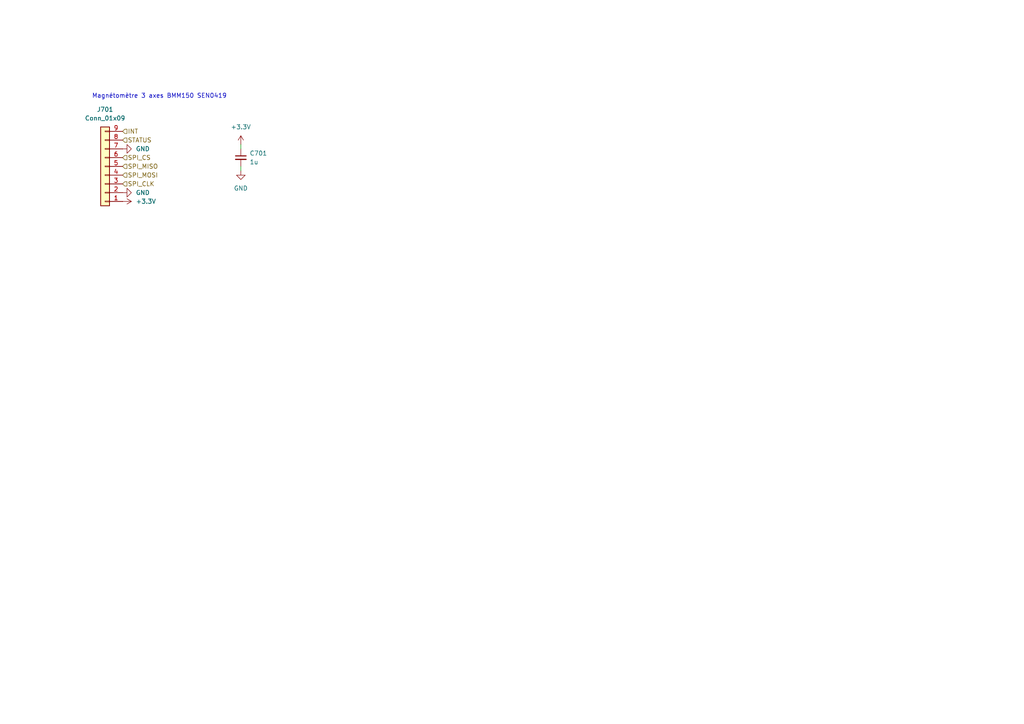
<source format=kicad_sch>
(kicad_sch (version 20231120) (generator "eeschema") (generator_version "8.0")
  (paper "A4")
  (lib_symbols
    (symbol "Connector_Generic:Conn_01x09" (pin_names (offset 1.016) hide)
      (property "Reference" "J" (at 0 12.7 0))
      (property "Value" "Conn_01x09" (at 0 -12.7 0))
      (symbol "Conn_01x09_1_1"
        (rectangle (start -1.27 -10.033) (end 0 -10.287) (stroke (width 0.1524)))
        (rectangle (start -1.27 -7.493) (end 0 -7.747) (stroke (width 0.1524)))
        (rectangle (start -1.27 -4.953) (end 0 -5.207) (stroke (width 0.1524)))
        (rectangle (start -1.27 -2.413) (end 0 -2.667) (stroke (width 0.1524)))
        (rectangle (start -1.27 0.127) (end 0 -0.127) (stroke (width 0.1524)))
        (rectangle (start -1.27 2.667) (end 0 2.413) (stroke (width 0.1524)))
        (rectangle (start -1.27 5.207) (end 0 4.953) (stroke (width 0.1524)))
        (rectangle (start -1.27 7.747) (end 0 7.493) (stroke (width 0.1524)))
        (rectangle (start -1.27 10.287) (end 0 10.033) (stroke (width 0.1524)))
        (rectangle (start -1.27 11.43) (end 1.27 -11.43) (stroke (width 0.254)) (fill (type background)))
        (pin passive line (at -5.08 10.16 0) (length 3.81) (name "Pin_1") (number "1"))
        (pin passive line (at -5.08 7.62 0) (length 3.81) (name "Pin_2") (number "2"))
        (pin passive line (at -5.08 5.08 0) (length 3.81) (name "Pin_3") (number "3"))
        (pin passive line (at -5.08 2.54 0) (length 3.81) (name "Pin_4") (number "4"))
        (pin passive line (at -5.08 0 0) (length 3.81) (name "Pin_5") (number "5"))
        (pin passive line (at -5.08 -2.54 0) (length 3.81) (name "Pin_6") (number "6"))
        (pin passive line (at -5.08 -5.08 0) (length 3.81) (name "Pin_7") (number "7"))
        (pin passive line (at -5.08 -7.62 0) (length 3.81) (name "Pin_8") (number "8"))
        (pin passive line (at -5.08 -10.16 0) (length 3.81) (name "Pin_9") (number "9"))
      )
    )
    (symbol "Device:C_Small" (pin_numbers hide) (pin_names (offset 0.254) hide)
      (property "Reference" "C" (at 0.254 1.778 0))
      (property "Value" "C_Small" (at 0.254 -2.032 0))
      (symbol "C_Small_0_1"
        (polyline (pts (xy -1.524 -0.508) (xy 1.524 -0.508)) (stroke (width 0.3302)))
        (polyline (pts (xy -1.524 0.508) (xy 1.524 0.508)) (stroke (width 0.3048)))
      )
      (symbol "C_Small_1_1"
        (pin passive line (at 0 2.54 270) (length 2.032) (name "~") (number "1"))
        (pin passive line (at 0 -2.54 90) (length 2.032) (name "~") (number "2"))
      )
    )
    (symbol "power:+3.3V" (power) (pin_numbers hide) (pin_names (offset 0) hide)
      (property "Value" "+3.3V" (at 0 3.556 0))
      (symbol "+3.3V_0_1"
        (polyline (pts (xy -0.762 1.27) (xy 0 2.54)))
        (polyline (pts (xy 0 0) (xy 0 2.54)))
        (polyline (pts (xy 0 2.54) (xy 0.762 1.27)))
      )
      (symbol "+3.3V_1_1"
        (pin power_in line (at 0 0 90) (length 0) (name "~") (number "1"))
      )
    )
    (symbol "power:GND" (power) (pin_numbers hide) (pin_names (offset 0) hide)
      (property "Value" "GND" (at 0 -3.81 0))
      (symbol "GND_0_1"
        (polyline (pts (xy 0 0) (xy 0 -1.27) (xy 1.27 -1.27) (xy 0 -2.54) (xy -1.27 -1.27) (xy 0 -1.27)))
      )
      (symbol "GND_1_1"
        (pin power_in line (at 0 0 270) (length 0) (name "~") (number "1"))
      )
    )
  )
  (wire (pts (xy 69.85 48.26) (xy 69.85 49.53)))
  (wire (pts (xy 69.85 41.91) (xy 69.85 43.18)))
  (text "Magnétomètre 3 axes BMM150 SEN0419" (at 26.67 27.94 0) (effects (font (size 1.27 1.27)) (justify left)))
  (hierarchical_label "SPI_CLK" (shape input) (at 35.56 53.34 0))
  (hierarchical_label "STATUS" (shape input) (at 35.56 40.64 0))
  (hierarchical_label "SPI_MISO" (shape input) (at 35.56 48.26 0))
  (hierarchical_label "SPI_MOSI" (shape input) (at 35.56 50.8 0))
  (hierarchical_label "INT" (shape input) (at 35.56 38.1 0))
  (hierarchical_label "SPI_CS" (shape input) (at 35.56 45.72 0))
  (symbol (lib_id "power:GND") (at 69.85 49.53 0) (unit 1)
    (property "Reference" "#PWR0705" (effects (hide yes)))
    (property "Value" "GND" (at 69.85 54.61 0))
    (property "Description" "Power symbol creates a global label with name \"GND\" , ground" (effects (hide yes)))
  )
  (symbol (lib_id "power:GND") (at 35.56 43.18 90) (unit 1)
    (property "Reference" "#PWR0701" (effects (hide yes)))
    (property "Value" "GND" (at 39.37 43.1799 90) (effects (justify right)))
    (property "Description" "Power symbol creates a global label with name \"GND\" , ground" (effects (hide yes)))
  )
  (symbol (lib_id "Device:C_Small") (at 69.85 45.72 0) (unit 1)
    (property "Reference" "C701" (at 72.39 44.4562 0) (effects (justify left)))
    (property "Value" "1u" (at 72.39 46.9962 0) (effects (justify left)))
    (property "Footprint" "Capacitor_SMD:C_0402_1005Metric" (effects (hide yes)))
    (property "Description" "Unpolarized capacitor, small symbol" (effects (hide yes)))
  )
  (symbol (lib_id "power:+3.3V") (at 69.85 41.91 0) (unit 1)
    (property "Reference" "#PWR0704" (effects (hide yes)))
    (property "Value" "+3.3V" (at 69.85 36.83 0))
    (property "Description" "Power symbol creates a global label with name \"+3.3V\"" (effects (hide yes)))
  )
  (symbol (lib_id "power:+3.3V") (at 35.56 58.42 270) (unit 1)
    (property "Reference" "#PWR0703" (effects (hide yes)))
    (property "Value" "+3.3V" (at 39.37 58.4199 90) (effects (justify left)))
    (property "Description" "Power symbol creates a global label with name \"+3.3V\"" (effects (hide yes)))
  )
  (symbol (lib_id "Connector_Generic:Conn_01x09") (at 30.48 48.26 180) (unit 1)
    (property "Reference" "J701" (at 30.48 31.75 0))
    (property "Value" "Conn_01x09" (at 30.48 34.29 0))
    (property "Footprint" "Connector_JST:JST_XH_S9B-XH-A_1x09_P2.50mm_Horizontal" (effects (hide yes)))
    (property "Description" "Generic connector, single row, 01x09, script generated (kicad-library-utils/schlib/autogen/connector/)" (effects (hide yes)))
  )
  (symbol (lib_id "power:GND") (at 35.56 55.88 90) (unit 1)
    (property "Reference" "#PWR0702" (effects (hide yes)))
    (property "Value" "GND" (at 39.37 55.8799 90) (effects (justify right)))
    (property "Description" "Power symbol creates a global label with name \"GND\" , ground" (effects (hide yes)))
  )
)
</source>
